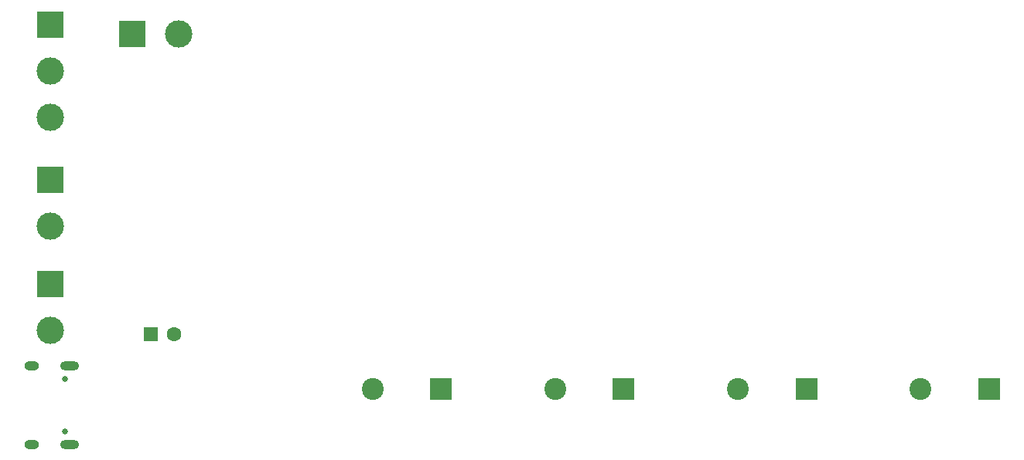
<source format=gbr>
%TF.GenerationSoftware,KiCad,Pcbnew,(6.0.7)*%
%TF.CreationDate,2022-08-08T03:52:41+08:00*%
%TF.ProjectId,Solar Charger,536f6c61-7220-4436-9861-726765722e6b,rev?*%
%TF.SameCoordinates,Original*%
%TF.FileFunction,Soldermask,Bot*%
%TF.FilePolarity,Negative*%
%FSLAX46Y46*%
G04 Gerber Fmt 4.6, Leading zero omitted, Abs format (unit mm)*
G04 Created by KiCad (PCBNEW (6.0.7)) date 2022-08-08 03:52:41*
%MOMM*%
%LPD*%
G01*
G04 APERTURE LIST*
%ADD10R,2.400000X2.400000*%
%ADD11C,2.400000*%
%ADD12R,3.000000X3.000000*%
%ADD13C,3.000000*%
%ADD14R,1.600000X1.600000*%
%ADD15C,1.600000*%
%ADD16C,0.650000*%
%ADD17O,2.100000X1.000000*%
%ADD18O,1.600000X1.000000*%
G04 APERTURE END LIST*
D10*
%TO.C,C10*%
X160750000Y-99500000D03*
D11*
X153250000Y-99500000D03*
%TD*%
D12*
%TO.C,J2*%
X78000000Y-76500000D03*
D13*
X78000000Y-81580000D03*
%TD*%
D10*
%TO.C,C11*%
X140750000Y-99500000D03*
D11*
X133250000Y-99500000D03*
%TD*%
D12*
%TO.C,S1*%
X86960000Y-60500000D03*
D13*
X92040000Y-60500000D03*
%TD*%
D10*
%TO.C,C9*%
X180750000Y-99500000D03*
D11*
X173250000Y-99500000D03*
%TD*%
D14*
%TO.C,C21*%
X89000000Y-93500000D03*
D15*
X91500000Y-93500000D03*
%TD*%
D16*
%TO.C,P1*%
X79600000Y-104140000D03*
X79600000Y-98360000D03*
D17*
X80130000Y-96930000D03*
D18*
X75950000Y-96930000D03*
D17*
X80130000Y-105570000D03*
D18*
X75950000Y-105570000D03*
%TD*%
D12*
%TO.C,J3*%
X78000000Y-88000000D03*
D13*
X78000000Y-93080000D03*
%TD*%
D12*
%TO.C,J1*%
X78000000Y-59500000D03*
D13*
X78000000Y-64580000D03*
X78000000Y-69660000D03*
%TD*%
D10*
%TO.C,C12*%
X120750000Y-99500000D03*
D11*
X113250000Y-99500000D03*
%TD*%
M02*

</source>
